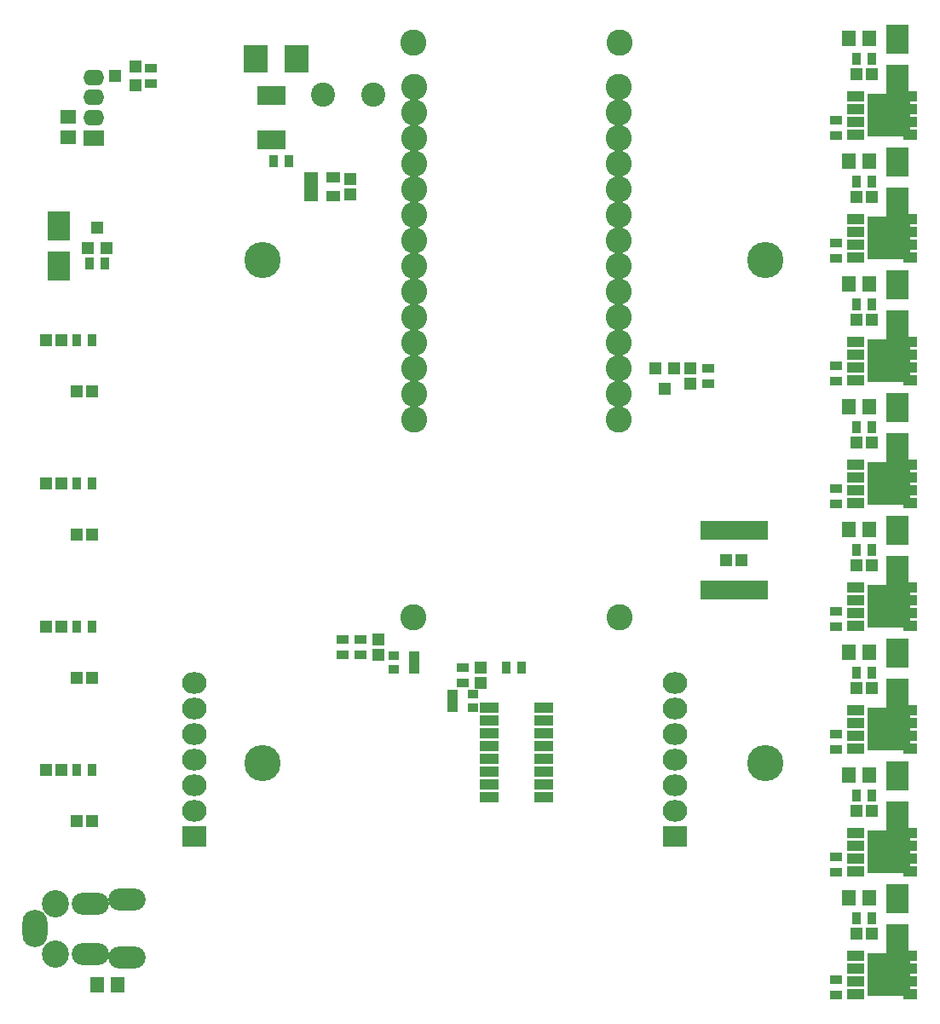
<source format=gts>
G04 #@! TF.FileFunction,Soldermask,Top*
%FSLAX46Y46*%
G04 Gerber Fmt 4.6, Leading zero omitted, Abs format (unit mm)*
G04 Created by KiCad (PCBNEW (2015-12-10 BZR 6367)-product) date Fri 07 Oct 2016 02:00:44 BST*
%MOMM*%
G01*
G04 APERTURE LIST*
%ADD10C,0.100000*%
%ADD11R,0.900000X1.300000*%
%ADD12R,1.300000X0.900000*%
%ADD13R,1.670000X1.010000*%
%ADD14R,1.420000X1.010000*%
%ADD15R,4.210000X4.310000*%
%ADD16R,2.200860X2.899360*%
%ADD17R,1.197560X1.197560*%
%ADD18R,1.400000X1.650000*%
%ADD19R,1.650000X1.400000*%
%ADD20R,1.150000X1.200000*%
%ADD21R,1.200000X1.150000*%
%ADD22R,2.432000X2.127200*%
%ADD23O,2.432000X2.127200*%
%ADD24R,1.200100X1.200100*%
%ADD25R,0.850000X1.850000*%
%ADD26R,1.460000X1.050000*%
%ADD27R,1.060400X0.806400*%
%ADD28R,1.900000X1.000000*%
%ADD29R,2.400000X2.800000*%
%ADD30C,2.600000*%
%ADD31R,2.099260X1.598880*%
%ADD32O,2.099260X1.598880*%
%ADD33C,3.600000*%
%ADD34O,2.500000X3.700000*%
%ADD35O,3.700000X2.200000*%
%ADD36C,2.700000*%
%ADD37C,2.400000*%
G04 APERTURE END LIST*
D10*
D11*
X128766000Y-56388000D03*
X127266000Y-56388000D03*
D12*
X125222000Y-63996000D03*
X125222000Y-62496000D03*
D13*
X127124000Y-60071000D03*
X127124000Y-61341000D03*
X127124000Y-62611000D03*
X127124000Y-63881000D03*
D14*
X132589000Y-63881000D03*
X132589000Y-62611000D03*
X132589000Y-61341000D03*
X132589000Y-60071000D03*
D15*
X130484000Y-61976000D03*
D16*
X131318000Y-54389020D03*
X131318000Y-58386980D03*
D17*
X127266700Y-57912000D03*
X128765300Y-57912000D03*
D18*
X128508000Y-54356000D03*
X126508000Y-54356000D03*
X128508000Y-103124000D03*
X126508000Y-103124000D03*
D17*
X127266700Y-106680000D03*
X128765300Y-106680000D03*
D16*
X131318000Y-103157020D03*
X131318000Y-107154980D03*
D13*
X127124000Y-108839000D03*
X127124000Y-110109000D03*
X127124000Y-111379000D03*
X127124000Y-112649000D03*
D14*
X132589000Y-112649000D03*
X132589000Y-111379000D03*
X132589000Y-110109000D03*
X132589000Y-108839000D03*
D15*
X130484000Y-110744000D03*
D12*
X125222000Y-112764000D03*
X125222000Y-111264000D03*
D11*
X128766000Y-105156000D03*
X127266000Y-105156000D03*
X128766000Y-117348000D03*
X127266000Y-117348000D03*
D12*
X125222000Y-124956000D03*
X125222000Y-123456000D03*
D13*
X127124000Y-121031000D03*
X127124000Y-122301000D03*
X127124000Y-123571000D03*
X127124000Y-124841000D03*
D14*
X132589000Y-124841000D03*
X132589000Y-123571000D03*
X132589000Y-122301000D03*
X132589000Y-121031000D03*
D15*
X130484000Y-122936000D03*
D16*
X131318000Y-115349020D03*
X131318000Y-119346980D03*
D17*
X127266700Y-118872000D03*
X128765300Y-118872000D03*
D18*
X128508000Y-115316000D03*
X126508000Y-115316000D03*
X128508000Y-66548000D03*
X126508000Y-66548000D03*
D17*
X127266700Y-70104000D03*
X128765300Y-70104000D03*
D16*
X131318000Y-66581020D03*
X131318000Y-70578980D03*
D13*
X127124000Y-72263000D03*
X127124000Y-73533000D03*
X127124000Y-74803000D03*
X127124000Y-76073000D03*
D14*
X132589000Y-76073000D03*
X132589000Y-74803000D03*
X132589000Y-73533000D03*
X132589000Y-72263000D03*
D15*
X130484000Y-74168000D03*
D12*
X125222000Y-76188000D03*
X125222000Y-74688000D03*
D11*
X128766000Y-68580000D03*
X127266000Y-68580000D03*
X128766000Y-44196000D03*
X127266000Y-44196000D03*
D12*
X125222000Y-51804000D03*
X125222000Y-50304000D03*
D13*
X127124000Y-47879000D03*
X127124000Y-49149000D03*
X127124000Y-50419000D03*
X127124000Y-51689000D03*
D14*
X132589000Y-51689000D03*
X132589000Y-50419000D03*
X132589000Y-49149000D03*
X132589000Y-47879000D03*
D15*
X130484000Y-49784000D03*
D16*
X131318000Y-42197020D03*
X131318000Y-46194980D03*
D17*
X127266700Y-45720000D03*
X128765300Y-45720000D03*
D18*
X128508000Y-42164000D03*
X126508000Y-42164000D03*
X128508000Y-90932000D03*
X126508000Y-90932000D03*
D17*
X127266700Y-94488000D03*
X128765300Y-94488000D03*
D16*
X131318000Y-90965020D03*
X131318000Y-94962980D03*
D13*
X127124000Y-96647000D03*
X127124000Y-97917000D03*
X127124000Y-99187000D03*
X127124000Y-100457000D03*
D14*
X132589000Y-100457000D03*
X132589000Y-99187000D03*
X132589000Y-97917000D03*
X132589000Y-96647000D03*
D15*
X130484000Y-98552000D03*
D12*
X125222000Y-100572000D03*
X125222000Y-99072000D03*
D11*
X128766000Y-92964000D03*
X127266000Y-92964000D03*
X128766000Y-80772000D03*
X127266000Y-80772000D03*
D12*
X125222000Y-88380000D03*
X125222000Y-86880000D03*
D13*
X127124000Y-84455000D03*
X127124000Y-85725000D03*
X127124000Y-86995000D03*
X127124000Y-88265000D03*
D14*
X132589000Y-88265000D03*
X132589000Y-86995000D03*
X132589000Y-85725000D03*
X132589000Y-84455000D03*
D15*
X130484000Y-86360000D03*
D16*
X131318000Y-78773020D03*
X131318000Y-82770980D03*
D17*
X127266700Y-82296000D03*
X128765300Y-82296000D03*
D18*
X128508000Y-78740000D03*
X126508000Y-78740000D03*
X53832000Y-123952000D03*
X51832000Y-123952000D03*
D19*
X48895000Y-37735000D03*
X48895000Y-39735000D03*
D20*
X76962000Y-45454000D03*
X76962000Y-43954000D03*
D21*
X114312000Y-81788000D03*
X115812000Y-81788000D03*
D18*
X128508000Y-29972000D03*
X126508000Y-29972000D03*
D21*
X48248000Y-59944000D03*
X46748000Y-59944000D03*
X48248000Y-74168000D03*
X46748000Y-74168000D03*
X51296000Y-65024000D03*
X49796000Y-65024000D03*
X51296000Y-79248000D03*
X49796000Y-79248000D03*
X48248000Y-88392000D03*
X46748000Y-88392000D03*
X48248000Y-102616000D03*
X46748000Y-102616000D03*
X51296000Y-93472000D03*
X49796000Y-93472000D03*
X51296000Y-107696000D03*
X49796000Y-107696000D03*
D20*
X110744000Y-62750000D03*
X110744000Y-64250000D03*
X89916000Y-92468000D03*
X89916000Y-93968000D03*
X79756000Y-89674000D03*
X79756000Y-91174000D03*
D17*
X127266700Y-33528000D03*
X128765300Y-33528000D03*
D16*
X131318000Y-30005020D03*
X131318000Y-34002980D03*
D22*
X109220000Y-109220000D03*
D23*
X109220000Y-106680000D03*
X109220000Y-104140000D03*
X109220000Y-101600000D03*
X109220000Y-99060000D03*
X109220000Y-96520000D03*
X109220000Y-93980000D03*
D22*
X61468000Y-109220000D03*
D23*
X61468000Y-106680000D03*
X61468000Y-104140000D03*
X61468000Y-101600000D03*
X61468000Y-99060000D03*
X61468000Y-96520000D03*
X61468000Y-93980000D03*
D24*
X55610760Y-34605000D03*
X55610760Y-32705000D03*
X53611780Y-33655000D03*
D13*
X127124000Y-35687000D03*
X127124000Y-36957000D03*
X127124000Y-38227000D03*
X127124000Y-39497000D03*
D14*
X132589000Y-39497000D03*
X132589000Y-38227000D03*
X132589000Y-36957000D03*
X132589000Y-35687000D03*
D15*
X130484000Y-37592000D03*
D24*
X50866000Y-50784760D03*
X52766000Y-50784760D03*
X51816000Y-48785780D03*
D12*
X57150000Y-34405000D03*
X57150000Y-32905000D03*
D11*
X70854000Y-42164000D03*
X69354000Y-42164000D03*
D12*
X125222000Y-39612000D03*
X125222000Y-38112000D03*
D11*
X128766000Y-32004000D03*
X127266000Y-32004000D03*
X49796000Y-59944000D03*
X51296000Y-59944000D03*
X49796000Y-74168000D03*
X51296000Y-74168000D03*
X52566000Y-52324000D03*
X51066000Y-52324000D03*
X49796000Y-88392000D03*
X51296000Y-88392000D03*
X49796000Y-102616000D03*
X51296000Y-102616000D03*
D12*
X112522000Y-64250000D03*
X112522000Y-62750000D03*
X88138000Y-92468000D03*
X88138000Y-93968000D03*
D11*
X92468000Y-92456000D03*
X93968000Y-92456000D03*
D12*
X77978000Y-89674000D03*
X77978000Y-91174000D03*
X76200000Y-89674000D03*
X76200000Y-91174000D03*
D25*
X70063000Y-35646000D03*
X69413000Y-35646000D03*
X68763000Y-35646000D03*
X68113000Y-35646000D03*
X68113000Y-40046000D03*
X68763000Y-40046000D03*
X69413000Y-40046000D03*
X70063000Y-40046000D03*
D26*
X73068000Y-43754000D03*
X73068000Y-44704000D03*
X73068000Y-45654000D03*
X75268000Y-45654000D03*
X75268000Y-43754000D03*
D25*
X112137000Y-84738000D03*
X112787000Y-84738000D03*
X113437000Y-84738000D03*
X114087000Y-84738000D03*
X114737000Y-84738000D03*
X115387000Y-84738000D03*
X116037000Y-84738000D03*
X116687000Y-84738000D03*
X117337000Y-84738000D03*
X117987000Y-84738000D03*
X117987000Y-78838000D03*
X117337000Y-78838000D03*
X116687000Y-78838000D03*
X116037000Y-78838000D03*
X115387000Y-78838000D03*
X114737000Y-78838000D03*
X114087000Y-78838000D03*
X113437000Y-78838000D03*
X112787000Y-78838000D03*
X112137000Y-78838000D03*
D24*
X109154000Y-62753240D03*
X107254000Y-62753240D03*
X108204000Y-64752220D03*
D27*
X87122000Y-95097600D03*
X87122000Y-96418400D03*
X87122000Y-95758000D03*
X89154000Y-96418400D03*
X89154000Y-95097600D03*
D28*
X90772000Y-96393000D03*
X90772000Y-97663000D03*
X90772000Y-98933000D03*
X90772000Y-100203000D03*
X90772000Y-101473000D03*
X90772000Y-102743000D03*
X90772000Y-104013000D03*
X90772000Y-105283000D03*
X96172000Y-105283000D03*
X96172000Y-104013000D03*
X96172000Y-102743000D03*
X96172000Y-101473000D03*
X96172000Y-100203000D03*
X96172000Y-98933000D03*
X96172000Y-97663000D03*
X96172000Y-96393000D03*
D27*
X83312000Y-92608400D03*
X83312000Y-91287600D03*
X83312000Y-91948000D03*
X81280000Y-91287600D03*
X81280000Y-92608400D03*
D29*
X67546000Y-32004000D03*
X71646000Y-32004000D03*
D30*
X103632000Y-34798000D03*
X103632000Y-37338000D03*
X103632000Y-39878000D03*
X103632000Y-42418000D03*
X103632000Y-44958000D03*
X103632000Y-47498000D03*
X103632000Y-50038000D03*
X103632000Y-52578000D03*
X103632000Y-55118000D03*
X103632000Y-57658000D03*
X103632000Y-60198000D03*
X103632000Y-62738000D03*
X103632000Y-65278000D03*
X103632000Y-67818000D03*
X83312000Y-67818000D03*
X83312000Y-65278000D03*
X83312000Y-62738000D03*
X83312000Y-60198000D03*
X83312000Y-57658000D03*
X83312000Y-55118000D03*
X83312000Y-52578000D03*
X83312000Y-50038000D03*
X83312000Y-47498000D03*
X83312000Y-44958000D03*
X83312000Y-42418000D03*
X83312000Y-39878000D03*
X83312000Y-37338000D03*
X103722000Y-30378000D03*
X83222000Y-30378000D03*
X83222000Y-87478000D03*
X103722000Y-87478000D03*
X83312000Y-34798000D03*
D16*
X48006000Y-48547020D03*
X48006000Y-52544980D03*
D31*
X51435000Y-39832280D03*
D32*
X51435000Y-35829240D03*
X51435000Y-37830760D03*
X51435000Y-33830260D03*
D33*
X68218000Y-51962000D03*
X118218000Y-51962000D03*
X68218000Y-101962000D03*
X118218000Y-101962000D03*
D34*
X45632000Y-118364000D03*
D35*
X51132000Y-120864000D03*
X51132000Y-115864000D03*
X54782000Y-121264000D03*
X54782000Y-115464000D03*
D36*
X47632000Y-115864000D03*
X47632000Y-120864000D03*
D37*
X74208000Y-35560000D03*
X79208000Y-35560000D03*
M02*

</source>
